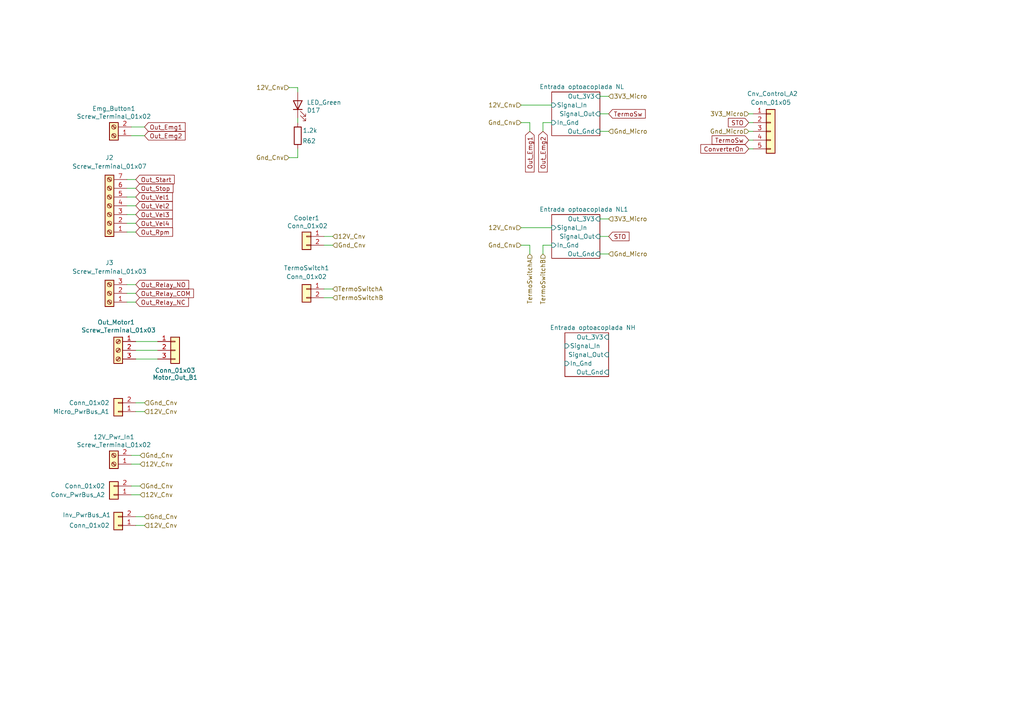
<source format=kicad_sch>
(kicad_sch
	(version 20250114)
	(generator "eeschema")
	(generator_version "9.0")
	(uuid "22a93bdb-8c70-455a-b740-7db7855c2b7c")
	(paper "A4")
	(lib_symbols
		(symbol "Connector:Screw_Terminal_01x02"
			(pin_names
				(offset 1.016)
				(hide yes)
			)
			(exclude_from_sim no)
			(in_bom yes)
			(on_board yes)
			(property "Reference" "J"
				(at 0 2.54 0)
				(effects
					(font
						(size 1.27 1.27)
					)
				)
			)
			(property "Value" "Screw_Terminal_01x02"
				(at 0 -5.08 0)
				(effects
					(font
						(size 1.27 1.27)
					)
				)
			)
			(property "Footprint" ""
				(at 0 0 0)
				(effects
					(font
						(size 1.27 1.27)
					)
					(hide yes)
				)
			)
			(property "Datasheet" "~"
				(at 0 0 0)
				(effects
					(font
						(size 1.27 1.27)
					)
					(hide yes)
				)
			)
			(property "Description" "Generic screw terminal, single row, 01x02, script generated (kicad-library-utils/schlib/autogen/connector/)"
				(at 0 0 0)
				(effects
					(font
						(size 1.27 1.27)
					)
					(hide yes)
				)
			)
			(property "ki_keywords" "screw terminal"
				(at 0 0 0)
				(effects
					(font
						(size 1.27 1.27)
					)
					(hide yes)
				)
			)
			(property "ki_fp_filters" "TerminalBlock*:*"
				(at 0 0 0)
				(effects
					(font
						(size 1.27 1.27)
					)
					(hide yes)
				)
			)
			(symbol "Screw_Terminal_01x02_1_1"
				(rectangle
					(start -1.27 1.27)
					(end 1.27 -3.81)
					(stroke
						(width 0.254)
						(type default)
					)
					(fill
						(type background)
					)
				)
				(polyline
					(pts
						(xy -0.5334 0.3302) (xy 0.3302 -0.508)
					)
					(stroke
						(width 0.1524)
						(type default)
					)
					(fill
						(type none)
					)
				)
				(polyline
					(pts
						(xy -0.5334 -2.2098) (xy 0.3302 -3.048)
					)
					(stroke
						(width 0.1524)
						(type default)
					)
					(fill
						(type none)
					)
				)
				(polyline
					(pts
						(xy -0.3556 0.508) (xy 0.508 -0.3302)
					)
					(stroke
						(width 0.1524)
						(type default)
					)
					(fill
						(type none)
					)
				)
				(polyline
					(pts
						(xy -0.3556 -2.032) (xy 0.508 -2.8702)
					)
					(stroke
						(width 0.1524)
						(type default)
					)
					(fill
						(type none)
					)
				)
				(circle
					(center 0 0)
					(radius 0.635)
					(stroke
						(width 0.1524)
						(type default)
					)
					(fill
						(type none)
					)
				)
				(circle
					(center 0 -2.54)
					(radius 0.635)
					(stroke
						(width 0.1524)
						(type default)
					)
					(fill
						(type none)
					)
				)
				(pin passive line
					(at -5.08 0 0)
					(length 3.81)
					(name "Pin_1"
						(effects
							(font
								(size 1.27 1.27)
							)
						)
					)
					(number "1"
						(effects
							(font
								(size 1.27 1.27)
							)
						)
					)
				)
				(pin passive line
					(at -5.08 -2.54 0)
					(length 3.81)
					(name "Pin_2"
						(effects
							(font
								(size 1.27 1.27)
							)
						)
					)
					(number "2"
						(effects
							(font
								(size 1.27 1.27)
							)
						)
					)
				)
			)
			(embedded_fonts no)
		)
		(symbol "Connector:Screw_Terminal_01x03"
			(pin_names
				(offset 1.016)
				(hide yes)
			)
			(exclude_from_sim no)
			(in_bom yes)
			(on_board yes)
			(property "Reference" "J"
				(at 0 5.08 0)
				(effects
					(font
						(size 1.27 1.27)
					)
				)
			)
			(property "Value" "Screw_Terminal_01x03"
				(at 0 -5.08 0)
				(effects
					(font
						(size 1.27 1.27)
					)
				)
			)
			(property "Footprint" ""
				(at 0 0 0)
				(effects
					(font
						(size 1.27 1.27)
					)
					(hide yes)
				)
			)
			(property "Datasheet" "~"
				(at 0 0 0)
				(effects
					(font
						(size 1.27 1.27)
					)
					(hide yes)
				)
			)
			(property "Description" "Generic screw terminal, single row, 01x03, script generated (kicad-library-utils/schlib/autogen/connector/)"
				(at 0 0 0)
				(effects
					(font
						(size 1.27 1.27)
					)
					(hide yes)
				)
			)
			(property "ki_keywords" "screw terminal"
				(at 0 0 0)
				(effects
					(font
						(size 1.27 1.27)
					)
					(hide yes)
				)
			)
			(property "ki_fp_filters" "TerminalBlock*:*"
				(at 0 0 0)
				(effects
					(font
						(size 1.27 1.27)
					)
					(hide yes)
				)
			)
			(symbol "Screw_Terminal_01x03_1_1"
				(rectangle
					(start -1.27 3.81)
					(end 1.27 -3.81)
					(stroke
						(width 0.254)
						(type default)
					)
					(fill
						(type background)
					)
				)
				(polyline
					(pts
						(xy -0.5334 2.8702) (xy 0.3302 2.032)
					)
					(stroke
						(width 0.1524)
						(type default)
					)
					(fill
						(type none)
					)
				)
				(polyline
					(pts
						(xy -0.5334 0.3302) (xy 0.3302 -0.508)
					)
					(stroke
						(width 0.1524)
						(type default)
					)
					(fill
						(type none)
					)
				)
				(polyline
					(pts
						(xy -0.5334 -2.2098) (xy 0.3302 -3.048)
					)
					(stroke
						(width 0.1524)
						(type default)
					)
					(fill
						(type none)
					)
				)
				(polyline
					(pts
						(xy -0.3556 3.048) (xy 0.508 2.2098)
					)
					(stroke
						(width 0.1524)
						(type default)
					)
					(fill
						(type none)
					)
				)
				(polyline
					(pts
						(xy -0.3556 0.508) (xy 0.508 -0.3302)
					)
					(stroke
						(width 0.1524)
						(type default)
					)
					(fill
						(type none)
					)
				)
				(polyline
					(pts
						(xy -0.3556 -2.032) (xy 0.508 -2.8702)
					)
					(stroke
						(width 0.1524)
						(type default)
					)
					(fill
						(type none)
					)
				)
				(circle
					(center 0 2.54)
					(radius 0.635)
					(stroke
						(width 0.1524)
						(type default)
					)
					(fill
						(type none)
					)
				)
				(circle
					(center 0 0)
					(radius 0.635)
					(stroke
						(width 0.1524)
						(type default)
					)
					(fill
						(type none)
					)
				)
				(circle
					(center 0 -2.54)
					(radius 0.635)
					(stroke
						(width 0.1524)
						(type default)
					)
					(fill
						(type none)
					)
				)
				(pin passive line
					(at -5.08 2.54 0)
					(length 3.81)
					(name "Pin_1"
						(effects
							(font
								(size 1.27 1.27)
							)
						)
					)
					(number "1"
						(effects
							(font
								(size 1.27 1.27)
							)
						)
					)
				)
				(pin passive line
					(at -5.08 0 0)
					(length 3.81)
					(name "Pin_2"
						(effects
							(font
								(size 1.27 1.27)
							)
						)
					)
					(number "2"
						(effects
							(font
								(size 1.27 1.27)
							)
						)
					)
				)
				(pin passive line
					(at -5.08 -2.54 0)
					(length 3.81)
					(name "Pin_3"
						(effects
							(font
								(size 1.27 1.27)
							)
						)
					)
					(number "3"
						(effects
							(font
								(size 1.27 1.27)
							)
						)
					)
				)
			)
			(embedded_fonts no)
		)
		(symbol "Connector:Screw_Terminal_01x07"
			(pin_names
				(offset 1.016)
				(hide yes)
			)
			(exclude_from_sim no)
			(in_bom yes)
			(on_board yes)
			(property "Reference" "J"
				(at 0 10.16 0)
				(effects
					(font
						(size 1.27 1.27)
					)
				)
			)
			(property "Value" "Screw_Terminal_01x07"
				(at 0 -10.16 0)
				(effects
					(font
						(size 1.27 1.27)
					)
				)
			)
			(property "Footprint" ""
				(at 0 0 0)
				(effects
					(font
						(size 1.27 1.27)
					)
					(hide yes)
				)
			)
			(property "Datasheet" "~"
				(at 0 0 0)
				(effects
					(font
						(size 1.27 1.27)
					)
					(hide yes)
				)
			)
			(property "Description" "Generic screw terminal, single row, 01x07, script generated (kicad-library-utils/schlib/autogen/connector/)"
				(at 0 0 0)
				(effects
					(font
						(size 1.27 1.27)
					)
					(hide yes)
				)
			)
			(property "ki_keywords" "screw terminal"
				(at 0 0 0)
				(effects
					(font
						(size 1.27 1.27)
					)
					(hide yes)
				)
			)
			(property "ki_fp_filters" "TerminalBlock*:*"
				(at 0 0 0)
				(effects
					(font
						(size 1.27 1.27)
					)
					(hide yes)
				)
			)
			(symbol "Screw_Terminal_01x07_1_1"
				(rectangle
					(start -1.27 8.89)
					(end 1.27 -8.89)
					(stroke
						(width 0.254)
						(type default)
					)
					(fill
						(type background)
					)
				)
				(polyline
					(pts
						(xy -0.5334 7.9502) (xy 0.3302 7.112)
					)
					(stroke
						(width 0.1524)
						(type default)
					)
					(fill
						(type none)
					)
				)
				(polyline
					(pts
						(xy -0.5334 5.4102) (xy 0.3302 4.572)
					)
					(stroke
						(width 0.1524)
						(type default)
					)
					(fill
						(type none)
					)
				)
				(polyline
					(pts
						(xy -0.5334 2.8702) (xy 0.3302 2.032)
					)
					(stroke
						(width 0.1524)
						(type default)
					)
					(fill
						(type none)
					)
				)
				(polyline
					(pts
						(xy -0.5334 0.3302) (xy 0.3302 -0.508)
					)
					(stroke
						(width 0.1524)
						(type default)
					)
					(fill
						(type none)
					)
				)
				(polyline
					(pts
						(xy -0.5334 -2.2098) (xy 0.3302 -3.048)
					)
					(stroke
						(width 0.1524)
						(type default)
					)
					(fill
						(type none)
					)
				)
				(polyline
					(pts
						(xy -0.5334 -4.7498) (xy 0.3302 -5.588)
					)
					(stroke
						(width 0.1524)
						(type default)
					)
					(fill
						(type none)
					)
				)
				(polyline
					(pts
						(xy -0.5334 -7.2898) (xy 0.3302 -8.128)
					)
					(stroke
						(width 0.1524)
						(type default)
					)
					(fill
						(type none)
					)
				)
				(polyline
					(pts
						(xy -0.3556 8.128) (xy 0.508 7.2898)
					)
					(stroke
						(width 0.1524)
						(type default)
					)
					(fill
						(type none)
					)
				)
				(polyline
					(pts
						(xy -0.3556 5.588) (xy 0.508 4.7498)
					)
					(stroke
						(width 0.1524)
						(type default)
					)
					(fill
						(type none)
					)
				)
				(polyline
					(pts
						(xy -0.3556 3.048) (xy 0.508 2.2098)
					)
					(stroke
						(width 0.1524)
						(type default)
					)
					(fill
						(type none)
					)
				)
				(polyline
					(pts
						(xy -0.3556 0.508) (xy 0.508 -0.3302)
					)
					(stroke
						(width 0.1524)
						(type default)
					)
					(fill
						(type none)
					)
				)
				(polyline
					(pts
						(xy -0.3556 -2.032) (xy 0.508 -2.8702)
					)
					(stroke
						(width 0.1524)
						(type default)
					)
					(fill
						(type none)
					)
				)
				(polyline
					(pts
						(xy -0.3556 -4.572) (xy 0.508 -5.4102)
					)
					(stroke
						(width 0.1524)
						(type default)
					)
					(fill
						(type none)
					)
				)
				(polyline
					(pts
						(xy -0.3556 -7.112) (xy 0.508 -7.9502)
					)
					(stroke
						(width 0.1524)
						(type default)
					)
					(fill
						(type none)
					)
				)
				(circle
					(center 0 7.62)
					(radius 0.635)
					(stroke
						(width 0.1524)
						(type default)
					)
					(fill
						(type none)
					)
				)
				(circle
					(center 0 5.08)
					(radius 0.635)
					(stroke
						(width 0.1524)
						(type default)
					)
					(fill
						(type none)
					)
				)
				(circle
					(center 0 2.54)
					(radius 0.635)
					(stroke
						(width 0.1524)
						(type default)
					)
					(fill
						(type none)
					)
				)
				(circle
					(center 0 0)
					(radius 0.635)
					(stroke
						(width 0.1524)
						(type default)
					)
					(fill
						(type none)
					)
				)
				(circle
					(center 0 -2.54)
					(radius 0.635)
					(stroke
						(width 0.1524)
						(type default)
					)
					(fill
						(type none)
					)
				)
				(circle
					(center 0 -5.08)
					(radius 0.635)
					(stroke
						(width 0.1524)
						(type default)
					)
					(fill
						(type none)
					)
				)
				(circle
					(center 0 -7.62)
					(radius 0.635)
					(stroke
						(width 0.1524)
						(type default)
					)
					(fill
						(type none)
					)
				)
				(pin passive line
					(at -5.08 7.62 0)
					(length 3.81)
					(name "Pin_1"
						(effects
							(font
								(size 1.27 1.27)
							)
						)
					)
					(number "1"
						(effects
							(font
								(size 1.27 1.27)
							)
						)
					)
				)
				(pin passive line
					(at -5.08 5.08 0)
					(length 3.81)
					(name "Pin_2"
						(effects
							(font
								(size 1.27 1.27)
							)
						)
					)
					(number "2"
						(effects
							(font
								(size 1.27 1.27)
							)
						)
					)
				)
				(pin passive line
					(at -5.08 2.54 0)
					(length 3.81)
					(name "Pin_3"
						(effects
							(font
								(size 1.27 1.27)
							)
						)
					)
					(number "3"
						(effects
							(font
								(size 1.27 1.27)
							)
						)
					)
				)
				(pin passive line
					(at -5.08 0 0)
					(length 3.81)
					(name "Pin_4"
						(effects
							(font
								(size 1.27 1.27)
							)
						)
					)
					(number "4"
						(effects
							(font
								(size 1.27 1.27)
							)
						)
					)
				)
				(pin passive line
					(at -5.08 -2.54 0)
					(length 3.81)
					(name "Pin_5"
						(effects
							(font
								(size 1.27 1.27)
							)
						)
					)
					(number "5"
						(effects
							(font
								(size 1.27 1.27)
							)
						)
					)
				)
				(pin passive line
					(at -5.08 -5.08 0)
					(length 3.81)
					(name "Pin_6"
						(effects
							(font
								(size 1.27 1.27)
							)
						)
					)
					(number "6"
						(effects
							(font
								(size 1.27 1.27)
							)
						)
					)
				)
				(pin passive line
					(at -5.08 -7.62 0)
					(length 3.81)
					(name "Pin_7"
						(effects
							(font
								(size 1.27 1.27)
							)
						)
					)
					(number "7"
						(effects
							(font
								(size 1.27 1.27)
							)
						)
					)
				)
			)
			(embedded_fonts no)
		)
		(symbol "Connector_Generic:Conn_01x02"
			(pin_names
				(offset 1.016)
				(hide yes)
			)
			(exclude_from_sim no)
			(in_bom yes)
			(on_board yes)
			(property "Reference" "J"
				(at 0 2.54 0)
				(effects
					(font
						(size 1.27 1.27)
					)
				)
			)
			(property "Value" "Conn_01x02"
				(at 0 -5.08 0)
				(effects
					(font
						(size 1.27 1.27)
					)
				)
			)
			(property "Footprint" ""
				(at 0 0 0)
				(effects
					(font
						(size 1.27 1.27)
					)
					(hide yes)
				)
			)
			(property "Datasheet" "~"
				(at 0 0 0)
				(effects
					(font
						(size 1.27 1.27)
					)
					(hide yes)
				)
			)
			(property "Description" "Generic connector, single row, 01x02, script generated (kicad-library-utils/schlib/autogen/connector/)"
				(at 0 0 0)
				(effects
					(font
						(size 1.27 1.27)
					)
					(hide yes)
				)
			)
			(property "ki_keywords" "connector"
				(at 0 0 0)
				(effects
					(font
						(size 1.27 1.27)
					)
					(hide yes)
				)
			)
			(property "ki_fp_filters" "Connector*:*_1x??_*"
				(at 0 0 0)
				(effects
					(font
						(size 1.27 1.27)
					)
					(hide yes)
				)
			)
			(symbol "Conn_01x02_1_1"
				(rectangle
					(start -1.27 1.27)
					(end 1.27 -3.81)
					(stroke
						(width 0.254)
						(type default)
					)
					(fill
						(type background)
					)
				)
				(rectangle
					(start -1.27 0.127)
					(end 0 -0.127)
					(stroke
						(width 0.1524)
						(type default)
					)
					(fill
						(type none)
					)
				)
				(rectangle
					(start -1.27 -2.413)
					(end 0 -2.667)
					(stroke
						(width 0.1524)
						(type default)
					)
					(fill
						(type none)
					)
				)
				(pin passive line
					(at -5.08 0 0)
					(length 3.81)
					(name "Pin_1"
						(effects
							(font
								(size 1.27 1.27)
							)
						)
					)
					(number "1"
						(effects
							(font
								(size 1.27 1.27)
							)
						)
					)
				)
				(pin passive line
					(at -5.08 -2.54 0)
					(length 3.81)
					(name "Pin_2"
						(effects
							(font
								(size 1.27 1.27)
							)
						)
					)
					(number "2"
						(effects
							(font
								(size 1.27 1.27)
							)
						)
					)
				)
			)
			(embedded_fonts no)
		)
		(symbol "Connector_Generic:Conn_01x03"
			(pin_names
				(offset 1.016)
				(hide yes)
			)
			(exclude_from_sim no)
			(in_bom yes)
			(on_board yes)
			(property "Reference" "J"
				(at 0 5.08 0)
				(effects
					(font
						(size 1.27 1.27)
					)
				)
			)
			(property "Value" "Conn_01x03"
				(at 0 -5.08 0)
				(effects
					(font
						(size 1.27 1.27)
					)
				)
			)
			(property "Footprint" ""
				(at 0 0 0)
				(effects
					(font
						(size 1.27 1.27)
					)
					(hide yes)
				)
			)
			(property "Datasheet" "~"
				(at 0 0 0)
				(effects
					(font
						(size 1.27 1.27)
					)
					(hide yes)
				)
			)
			(property "Description" "Generic connector, single row, 01x03, script generated (kicad-library-utils/schlib/autogen/connector/)"
				(at 0 0 0)
				(effects
					(font
						(size 1.27 1.27)
					)
					(hide yes)
				)
			)
			(property "ki_keywords" "connector"
				(at 0 0 0)
				(effects
					(font
						(size 1.27 1.27)
					)
					(hide yes)
				)
			)
			(property "ki_fp_filters" "Connector*:*_1x??_*"
				(at 0 0 0)
				(effects
					(font
						(size 1.27 1.27)
					)
					(hide yes)
				)
			)
			(symbol "Conn_01x03_1_1"
				(rectangle
					(start -1.27 3.81)
					(end 1.27 -3.81)
					(stroke
						(width 0.254)
						(type default)
					)
					(fill
						(type background)
					)
				)
				(rectangle
					(start -1.27 2.667)
					(end 0 2.413)
					(stroke
						(width 0.1524)
						(type default)
					)
					(fill
						(type none)
					)
				)
				(rectangle
					(start -1.27 0.127)
					(end 0 -0.127)
					(stroke
						(width 0.1524)
						(type default)
					)
					(fill
						(type none)
					)
				)
				(rectangle
					(start -1.27 -2.413)
					(end 0 -2.667)
					(stroke
						(width 0.1524)
						(type default)
					)
					(fill
						(type none)
					)
				)
				(pin passive line
					(at -5.08 2.54 0)
					(length 3.81)
					(name "Pin_1"
						(effects
							(font
								(size 1.27 1.27)
							)
						)
					)
					(number "1"
						(effects
							(font
								(size 1.27 1.27)
							)
						)
					)
				)
				(pin passive line
					(at -5.08 0 0)
					(length 3.81)
					(name "Pin_2"
						(effects
							(font
								(size 1.27 1.27)
							)
						)
					)
					(number "2"
						(effects
							(font
								(size 1.27 1.27)
							)
						)
					)
				)
				(pin passive line
					(at -5.08 -2.54 0)
					(length 3.81)
					(name "Pin_3"
						(effects
							(font
								(size 1.27 1.27)
							)
						)
					)
					(number "3"
						(effects
							(font
								(size 1.27 1.27)
							)
						)
					)
				)
			)
			(embedded_fonts no)
		)
		(symbol "Connector_Generic:Conn_01x05"
			(pin_names
				(offset 1.016)
				(hide yes)
			)
			(exclude_from_sim no)
			(in_bom yes)
			(on_board yes)
			(property "Reference" "J"
				(at 0 7.62 0)
				(effects
					(font
						(size 1.27 1.27)
					)
				)
			)
			(property "Value" "Conn_01x05"
				(at 0 -7.62 0)
				(effects
					(font
						(size 1.27 1.27)
					)
				)
			)
			(property "Footprint" ""
				(at 0 0 0)
				(effects
					(font
						(size 1.27 1.27)
					)
					(hide yes)
				)
			)
			(property "Datasheet" "~"
				(at 0 0 0)
				(effects
					(font
						(size 1.27 1.27)
					)
					(hide yes)
				)
			)
			(property "Description" "Generic connector, single row, 01x05, script generated (kicad-library-utils/schlib/autogen/connector/)"
				(at 0 0 0)
				(effects
					(font
						(size 1.27 1.27)
					)
					(hide yes)
				)
			)
			(property "ki_keywords" "connector"
				(at 0 0 0)
				(effects
					(font
						(size 1.27 1.27)
					)
					(hide yes)
				)
			)
			(property "ki_fp_filters" "Connector*:*_1x??_*"
				(at 0 0 0)
				(effects
					(font
						(size 1.27 1.27)
					)
					(hide yes)
				)
			)
			(symbol "Conn_01x05_1_1"
				(rectangle
					(start -1.27 6.35)
					(end 1.27 -6.35)
					(stroke
						(width 0.254)
						(type default)
					)
					(fill
						(type background)
					)
				)
				(rectangle
					(start -1.27 5.207)
					(end 0 4.953)
					(stroke
						(width 0.1524)
						(type default)
					)
					(fill
						(type none)
					)
				)
				(rectangle
					(start -1.27 2.667)
					(end 0 2.413)
					(stroke
						(width 0.1524)
						(type default)
					)
					(fill
						(type none)
					)
				)
				(rectangle
					(start -1.27 0.127)
					(end 0 -0.127)
					(stroke
						(width 0.1524)
						(type default)
					)
					(fill
						(type none)
					)
				)
				(rectangle
					(start -1.27 -2.413)
					(end 0 -2.667)
					(stroke
						(width 0.1524)
						(type default)
					)
					(fill
						(type none)
					)
				)
				(rectangle
					(start -1.27 -4.953)
					(end 0 -5.207)
					(stroke
						(width 0.1524)
						(type default)
					)
					(fill
						(type none)
					)
				)
				(pin passive line
					(at -5.08 5.08 0)
					(length 3.81)
					(name "Pin_1"
						(effects
							(font
								(size 1.27 1.27)
							)
						)
					)
					(number "1"
						(effects
							(font
								(size 1.27 1.27)
							)
						)
					)
				)
				(pin passive line
					(at -5.08 2.54 0)
					(length 3.81)
					(name "Pin_2"
						(effects
							(font
								(size 1.27 1.27)
							)
						)
					)
					(number "2"
						(effects
							(font
								(size 1.27 1.27)
							)
						)
					)
				)
				(pin passive line
					(at -5.08 0 0)
					(length 3.81)
					(name "Pin_3"
						(effects
							(font
								(size 1.27 1.27)
							)
						)
					)
					(number "3"
						(effects
							(font
								(size 1.27 1.27)
							)
						)
					)
				)
				(pin passive line
					(at -5.08 -2.54 0)
					(length 3.81)
					(name "Pin_4"
						(effects
							(font
								(size 1.27 1.27)
							)
						)
					)
					(number "4"
						(effects
							(font
								(size 1.27 1.27)
							)
						)
					)
				)
				(pin passive line
					(at -5.08 -5.08 0)
					(length 3.81)
					(name "Pin_5"
						(effects
							(font
								(size 1.27 1.27)
							)
						)
					)
					(number "5"
						(effects
							(font
								(size 1.27 1.27)
							)
						)
					)
				)
			)
			(embedded_fonts no)
		)
		(symbol "Device:LED"
			(pin_numbers
				(hide yes)
			)
			(pin_names
				(offset 1.016)
				(hide yes)
			)
			(exclude_from_sim no)
			(in_bom yes)
			(on_board yes)
			(property "Reference" "D"
				(at 0 2.54 0)
				(effects
					(font
						(size 1.27 1.27)
					)
				)
			)
			(property "Value" "LED"
				(at 0 -2.54 0)
				(effects
					(font
						(size 1.27 1.27)
					)
				)
			)
			(property "Footprint" ""
				(at 0 0 0)
				(effects
					(font
						(size 1.27 1.27)
					)
					(hide yes)
				)
			)
			(property "Datasheet" "~"
				(at 0 0 0)
				(effects
					(font
						(size 1.27 1.27)
					)
					(hide yes)
				)
			)
			(property "Description" "Light emitting diode"
				(at 0 0 0)
				(effects
					(font
						(size 1.27 1.27)
					)
					(hide yes)
				)
			)
			(property "Sim.Pins" "1=K 2=A"
				(at 0 0 0)
				(effects
					(font
						(size 1.27 1.27)
					)
					(hide yes)
				)
			)
			(property "ki_keywords" "LED diode"
				(at 0 0 0)
				(effects
					(font
						(size 1.27 1.27)
					)
					(hide yes)
				)
			)
			(property "ki_fp_filters" "LED* LED_SMD:* LED_THT:*"
				(at 0 0 0)
				(effects
					(font
						(size 1.27 1.27)
					)
					(hide yes)
				)
			)
			(symbol "LED_0_1"
				(polyline
					(pts
						(xy -3.048 -0.762) (xy -4.572 -2.286) (xy -3.81 -2.286) (xy -4.572 -2.286) (xy -4.572 -1.524)
					)
					(stroke
						(width 0)
						(type default)
					)
					(fill
						(type none)
					)
				)
				(polyline
					(pts
						(xy -1.778 -0.762) (xy -3.302 -2.286) (xy -2.54 -2.286) (xy -3.302 -2.286) (xy -3.302 -1.524)
					)
					(stroke
						(width 0)
						(type default)
					)
					(fill
						(type none)
					)
				)
				(polyline
					(pts
						(xy -1.27 0) (xy 1.27 0)
					)
					(stroke
						(width 0)
						(type default)
					)
					(fill
						(type none)
					)
				)
				(polyline
					(pts
						(xy -1.27 -1.27) (xy -1.27 1.27)
					)
					(stroke
						(width 0.254)
						(type default)
					)
					(fill
						(type none)
					)
				)
				(polyline
					(pts
						(xy 1.27 -1.27) (xy 1.27 1.27) (xy -1.27 0) (xy 1.27 -1.27)
					)
					(stroke
						(width 0.254)
						(type default)
					)
					(fill
						(type none)
					)
				)
			)
			(symbol "LED_1_1"
				(pin passive line
					(at -3.81 0 0)
					(length 2.54)
					(name "K"
						(effects
							(font
								(size 1.27 1.27)
							)
						)
					)
					(number "1"
						(effects
							(font
								(size 1.27 1.27)
							)
						)
					)
				)
				(pin passive line
					(at 3.81 0 180)
					(length 2.54)
					(name "A"
						(effects
							(font
								(size 1.27 1.27)
							)
						)
					)
					(number "2"
						(effects
							(font
								(size 1.27 1.27)
							)
						)
					)
				)
			)
			(embedded_fonts no)
		)
		(symbol "Device:R"
			(pin_numbers
				(hide yes)
			)
			(pin_names
				(offset 0)
			)
			(exclude_from_sim no)
			(in_bom yes)
			(on_board yes)
			(property "Reference" "R"
				(at 2.032 0 90)
				(effects
					(font
						(size 1.27 1.27)
					)
				)
			)
			(property "Value" "R"
				(at 0 0 90)
				(effects
					(font
						(size 1.27 1.27)
					)
				)
			)
			(property "Footprint" ""
				(at -1.778 0 90)
				(effects
					(font
						(size 1.27 1.27)
					)
					(hide yes)
				)
			)
			(property "Datasheet" "~"
				(at 0 0 0)
				(effects
					(font
						(size 1.27 1.27)
					)
					(hide yes)
				)
			)
			(property "Description" "Resistor"
				(at 0 0 0)
				(effects
					(font
						(size 1.27 1.27)
					)
					(hide yes)
				)
			)
			(property "ki_keywords" "R res resistor"
				(at 0 0 0)
				(effects
					(font
						(size 1.27 1.27)
					)
					(hide yes)
				)
			)
			(property "ki_fp_filters" "R_*"
				(at 0 0 0)
				(effects
					(font
						(size 1.27 1.27)
					)
					(hide yes)
				)
			)
			(symbol "R_0_1"
				(rectangle
					(start -1.016 -2.54)
					(end 1.016 2.54)
					(stroke
						(width 0.254)
						(type default)
					)
					(fill
						(type none)
					)
				)
			)
			(symbol "R_1_1"
				(pin passive line
					(at 0 3.81 270)
					(length 1.27)
					(name "~"
						(effects
							(font
								(size 1.27 1.27)
							)
						)
					)
					(number "1"
						(effects
							(font
								(size 1.27 1.27)
							)
						)
					)
				)
				(pin passive line
					(at 0 -3.81 90)
					(length 1.27)
					(name "~"
						(effects
							(font
								(size 1.27 1.27)
							)
						)
					)
					(number "2"
						(effects
							(font
								(size 1.27 1.27)
							)
						)
					)
				)
			)
			(embedded_fonts no)
		)
	)
	(wire
		(pts
			(xy 36.83 67.31) (xy 39.37 67.31)
		)
		(stroke
			(width 0)
			(type default)
		)
		(uuid "02381bbb-975e-48f0-bbb6-063e4d6a8273")
	)
	(wire
		(pts
			(xy 217.17 35.56) (xy 218.44 35.56)
		)
		(stroke
			(width 0)
			(type default)
		)
		(uuid "03cdb07c-b8f8-4393-a2c0-4e998cf8554e")
	)
	(wire
		(pts
			(xy 41.91 119.38) (xy 39.37 119.38)
		)
		(stroke
			(width 0)
			(type default)
		)
		(uuid "04dcd39a-0613-4b20-9b41-0972cefed4cc")
	)
	(wire
		(pts
			(xy 151.13 30.48) (xy 160.02 30.48)
		)
		(stroke
			(width 0)
			(type default)
		)
		(uuid "05318e14-686b-4d31-b4ae-4121a5f135aa")
	)
	(wire
		(pts
			(xy 153.67 71.12) (xy 153.67 73.66)
		)
		(stroke
			(width 0)
			(type default)
		)
		(uuid "0c794009-ec07-4754-8377-ebb9f151350c")
	)
	(wire
		(pts
			(xy 217.17 33.02) (xy 218.44 33.02)
		)
		(stroke
			(width 0)
			(type default)
		)
		(uuid "0fc07209-dfd9-4165-8cea-518604b7c487")
	)
	(wire
		(pts
			(xy 40.64 134.62) (xy 38.1 134.62)
		)
		(stroke
			(width 0)
			(type default)
		)
		(uuid "1363c1f9-4913-45d5-bc2b-87d339800997")
	)
	(wire
		(pts
			(xy 41.91 149.86) (xy 39.37 149.86)
		)
		(stroke
			(width 0)
			(type default)
		)
		(uuid "17f3e917-9086-4a26-bc60-8e58f8ae3ad0")
	)
	(wire
		(pts
			(xy 96.52 83.82) (xy 93.98 83.82)
		)
		(stroke
			(width 0)
			(type default)
		)
		(uuid "1ac0c999-170d-4f5a-b12c-54d7295d8771")
	)
	(wire
		(pts
			(xy 40.64 143.51) (xy 38.1 143.51)
		)
		(stroke
			(width 0)
			(type default)
		)
		(uuid "2f843df4-1dcb-49b6-aa10-6efc609d52aa")
	)
	(wire
		(pts
			(xy 36.83 52.07) (xy 39.37 52.07)
		)
		(stroke
			(width 0)
			(type default)
		)
		(uuid "312888b4-9335-484e-aa9e-514a3992e5eb")
	)
	(wire
		(pts
			(xy 173.99 68.58) (xy 176.53 68.58)
		)
		(stroke
			(width 0)
			(type default)
		)
		(uuid "338c2e14-8b62-40bf-852a-34bd5c7bea70")
	)
	(wire
		(pts
			(xy 151.13 71.12) (xy 153.67 71.12)
		)
		(stroke
			(width 0)
			(type default)
		)
		(uuid "3c044151-1175-4908-b365-e37f8b861fe7")
	)
	(wire
		(pts
			(xy 38.1 39.37) (xy 41.91 39.37)
		)
		(stroke
			(width 0)
			(type default)
		)
		(uuid "47fbc842-e1a3-4bd8-8c47-2b74215b9650")
	)
	(wire
		(pts
			(xy 151.13 35.56) (xy 153.67 35.56)
		)
		(stroke
			(width 0)
			(type default)
		)
		(uuid "4825b9f7-f51f-4beb-9cf1-3b3fc1368927")
	)
	(wire
		(pts
			(xy 96.52 86.36) (xy 93.98 86.36)
		)
		(stroke
			(width 0)
			(type default)
		)
		(uuid "4d23ba75-7b4b-4529-aaa0-bc60e5b4d735")
	)
	(wire
		(pts
			(xy 96.52 71.12) (xy 93.98 71.12)
		)
		(stroke
			(width 0)
			(type default)
		)
		(uuid "50c6eb0e-9c22-404d-908b-424973c874c5")
	)
	(wire
		(pts
			(xy 41.91 152.4) (xy 39.37 152.4)
		)
		(stroke
			(width 0)
			(type default)
		)
		(uuid "61da640d-814c-4502-89ca-6dafa484db20")
	)
	(wire
		(pts
			(xy 83.82 25.4) (xy 86.36 25.4)
		)
		(stroke
			(width 0)
			(type default)
		)
		(uuid "63cd7c99-7a7c-45a2-b73b-f9d32e896696")
	)
	(wire
		(pts
			(xy 36.83 85.09) (xy 39.37 85.09)
		)
		(stroke
			(width 0)
			(type default)
		)
		(uuid "6552f8a0-5acb-4d9e-8c96-4fa33878ee9c")
	)
	(wire
		(pts
			(xy 86.36 34.29) (xy 86.36 35.56)
		)
		(stroke
			(width 0)
			(type default)
		)
		(uuid "65daff30-6b72-448c-be7d-23c01bec4103")
	)
	(wire
		(pts
			(xy 39.37 104.14) (xy 45.72 104.14)
		)
		(stroke
			(width 0)
			(type default)
		)
		(uuid "66291fa3-9a1e-4b92-8520-23e568a3d8c5")
	)
	(wire
		(pts
			(xy 36.83 62.23) (xy 39.37 62.23)
		)
		(stroke
			(width 0)
			(type default)
		)
		(uuid "72a4ae9e-ae34-4b96-b530-7cb807873a7f")
	)
	(wire
		(pts
			(xy 96.52 68.58) (xy 93.98 68.58)
		)
		(stroke
			(width 0)
			(type default)
		)
		(uuid "73291e20-5fac-4ba6-8f87-adf476d07756")
	)
	(wire
		(pts
			(xy 157.48 71.12) (xy 160.02 71.12)
		)
		(stroke
			(width 0)
			(type default)
		)
		(uuid "7be998e5-931e-411e-b44c-7c98326cd751")
	)
	(wire
		(pts
			(xy 217.17 38.1) (xy 218.44 38.1)
		)
		(stroke
			(width 0)
			(type default)
		)
		(uuid "7fe06eeb-fd54-49ea-9271-9782501ceca4")
	)
	(wire
		(pts
			(xy 83.82 45.72) (xy 86.36 45.72)
		)
		(stroke
			(width 0)
			(type default)
		)
		(uuid "867268de-461d-42dd-a1ee-2c05f39e0216")
	)
	(wire
		(pts
			(xy 39.37 82.55) (xy 36.83 82.55)
		)
		(stroke
			(width 0)
			(type default)
		)
		(uuid "86f6450a-e5e2-4276-9f20-cb2afc300e0d")
	)
	(wire
		(pts
			(xy 86.36 45.72) (xy 86.36 43.18)
		)
		(stroke
			(width 0)
			(type default)
		)
		(uuid "89de8c5b-1636-4105-8339-5ea8fe5870aa")
	)
	(wire
		(pts
			(xy 40.64 140.97) (xy 38.1 140.97)
		)
		(stroke
			(width 0)
			(type default)
		)
		(uuid "8c169b6e-a6c2-4bfc-8439-ef81f5f4611a")
	)
	(wire
		(pts
			(xy 173.99 33.02) (xy 176.53 33.02)
		)
		(stroke
			(width 0)
			(type default)
		)
		(uuid "8d8c780d-f03d-4c30-bf5a-c2a75f1068f7")
	)
	(wire
		(pts
			(xy 36.83 87.63) (xy 39.37 87.63)
		)
		(stroke
			(width 0)
			(type default)
		)
		(uuid "9a60e976-c41c-48a9-890b-2629065c85df")
	)
	(wire
		(pts
			(xy 39.37 101.6) (xy 45.72 101.6)
		)
		(stroke
			(width 0)
			(type default)
		)
		(uuid "9c90b691-c26b-4239-be2b-6868c6788aa7")
	)
	(wire
		(pts
			(xy 39.37 99.06) (xy 45.72 99.06)
		)
		(stroke
			(width 0)
			(type default)
		)
		(uuid "a34b26b2-1163-4fb5-a647-ada8d9cd16f5")
	)
	(wire
		(pts
			(xy 36.83 57.15) (xy 39.37 57.15)
		)
		(stroke
			(width 0)
			(type default)
		)
		(uuid "a47a4634-f2c5-436f-a921-750a61e9a6d3")
	)
	(wire
		(pts
			(xy 217.17 43.18) (xy 218.44 43.18)
		)
		(stroke
			(width 0)
			(type default)
		)
		(uuid "a5e65191-02ec-4123-bffd-31cd6a6e0f3f")
	)
	(wire
		(pts
			(xy 86.36 25.4) (xy 86.36 26.67)
		)
		(stroke
			(width 0)
			(type default)
		)
		(uuid "a65a9967-fedb-4060-acf0-529c45117655")
	)
	(wire
		(pts
			(xy 217.17 40.64) (xy 218.44 40.64)
		)
		(stroke
			(width 0)
			(type default)
		)
		(uuid "a6761274-2cb3-4bd8-a624-032289c34668")
	)
	(wire
		(pts
			(xy 36.83 54.61) (xy 39.37 54.61)
		)
		(stroke
			(width 0)
			(type default)
		)
		(uuid "abafc260-b59d-402f-8783-3c51c71a84a1")
	)
	(wire
		(pts
			(xy 173.99 73.66) (xy 176.53 73.66)
		)
		(stroke
			(width 0)
			(type default)
		)
		(uuid "b0d9e291-4db3-454c-bc59-18ff3631d7e7")
	)
	(wire
		(pts
			(xy 41.91 116.84) (xy 39.37 116.84)
		)
		(stroke
			(width 0)
			(type default)
		)
		(uuid "b753ef36-dd9d-4c2b-95ea-6e6965140834")
	)
	(wire
		(pts
			(xy 173.99 38.1) (xy 176.53 38.1)
		)
		(stroke
			(width 0)
			(type default)
		)
		(uuid "bf3f22ac-10c3-4102-b9ba-ed4fcf97b1c1")
	)
	(wire
		(pts
			(xy 153.67 35.56) (xy 153.67 38.1)
		)
		(stroke
			(width 0)
			(type default)
		)
		(uuid "c0334b4d-a528-4c37-a20a-6da17b2f5f2d")
	)
	(wire
		(pts
			(xy 40.64 132.08) (xy 38.1 132.08)
		)
		(stroke
			(width 0)
			(type default)
		)
		(uuid "c07ab6e3-5dd5-46ec-897a-47e7c22a5569")
	)
	(wire
		(pts
			(xy 36.83 59.69) (xy 39.37 59.69)
		)
		(stroke
			(width 0)
			(type default)
		)
		(uuid "c962f046-095e-4b2f-a1f1-ddf9a8012416")
	)
	(wire
		(pts
			(xy 36.83 64.77) (xy 39.37 64.77)
		)
		(stroke
			(width 0)
			(type default)
		)
		(uuid "d7723685-2e0a-4b24-98e1-92fef9cdb48d")
	)
	(wire
		(pts
			(xy 176.53 27.94) (xy 173.99 27.94)
		)
		(stroke
			(width 0)
			(type default)
		)
		(uuid "dd8168ff-efd5-4690-8f22-de29f0c90e59")
	)
	(wire
		(pts
			(xy 151.13 66.04) (xy 160.02 66.04)
		)
		(stroke
			(width 0)
			(type default)
		)
		(uuid "e724316f-2ebb-427e-b106-ee0b0d4da647")
	)
	(wire
		(pts
			(xy 157.48 35.56) (xy 160.02 35.56)
		)
		(stroke
			(width 0)
			(type default)
		)
		(uuid "e730073d-92f4-46cc-b5d2-2f8e1589255f")
	)
	(wire
		(pts
			(xy 38.1 36.83) (xy 41.91 36.83)
		)
		(stroke
			(width 0)
			(type default)
		)
		(uuid "eba2167d-7911-40f2-812f-77939e445a57")
	)
	(wire
		(pts
			(xy 157.48 38.1) (xy 157.48 35.56)
		)
		(stroke
			(width 0)
			(type default)
		)
		(uuid "f85f2a23-b7e6-4417-930e-e114caeb8dda")
	)
	(wire
		(pts
			(xy 176.53 63.5) (xy 173.99 63.5)
		)
		(stroke
			(width 0)
			(type default)
		)
		(uuid "fa8546d8-2d69-4a0c-aabd-d8ba29d332a1")
	)
	(wire
		(pts
			(xy 157.48 73.66) (xy 157.48 71.12)
		)
		(stroke
			(width 0)
			(type default)
		)
		(uuid "fe89c14a-6f2d-4ba8-95f0-2acf9541c389")
	)
	(global_label "Out_Relay_NO"
		(shape input)
		(at 39.37 82.55 0)
		(fields_autoplaced yes)
		(effects
			(font
				(size 1.27 1.27)
			)
			(justify left)
		)
		(uuid "059cabd9-c42c-41b5-b154-e9aa52c54b1b")
		(property "Intersheetrefs" "${INTERSHEET_REFS}"
			(at 55.297 82.55 0)
			(effects
				(font
					(size 1.27 1.27)
				)
				(justify left)
				(hide yes)
			)
		)
	)
	(global_label "ConverterOn"
		(shape input)
		(at 217.17 43.18 180)
		(fields_autoplaced yes)
		(effects
			(font
				(size 1.27 1.27)
			)
			(justify right)
		)
		(uuid "1210bd34-ba79-45df-ab90-91d5cb51c4bc")
		(property "Intersheetrefs" "${INTERSHEET_REFS}"
			(at 202.6944 43.18 0)
			(effects
				(font
					(size 1.27 1.27)
				)
				(justify right)
				(hide yes)
			)
		)
	)
	(global_label "Out_Emg2"
		(shape input)
		(at 41.91 39.37 0)
		(fields_autoplaced yes)
		(effects
			(font
				(size 1.27 1.27)
			)
			(justify left)
		)
		(uuid "1b3a877f-7179-4cb9-942d-6d92f470e214")
		(property "Intersheetrefs" "${INTERSHEET_REFS}"
			(at 54.2688 39.37 0)
			(effects
				(font
					(size 1.27 1.27)
					(italic yes)
				)
				(justify left)
				(hide yes)
			)
		)
	)
	(global_label "Out_Vel2"
		(shape input)
		(at 39.37 59.69 0)
		(fields_autoplaced yes)
		(effects
			(font
				(size 1.27 1.27)
			)
			(justify left)
		)
		(uuid "230faadd-43a1-4a61-94a3-6d0a57e0cb2a")
		(property "Intersheetrefs" "${INTERSHEET_REFS}"
			(at 50.5799 59.69 0)
			(effects
				(font
					(size 1.27 1.27)
				)
				(justify left)
				(hide yes)
			)
		)
	)
	(global_label "Out_Stop"
		(shape input)
		(at 39.37 54.61 0)
		(fields_autoplaced yes)
		(effects
			(font
				(size 1.27 1.27)
			)
			(justify left)
		)
		(uuid "2dcd0e53-fe53-4790-98f4-4ae37f191037")
		(property "Intersheetrefs" "${INTERSHEET_REFS}"
			(at 50.7612 54.61 0)
			(effects
				(font
					(size 1.27 1.27)
				)
				(justify left)
				(hide yes)
			)
		)
	)
	(global_label "Out_Vel1"
		(shape input)
		(at 39.37 57.15 0)
		(fields_autoplaced yes)
		(effects
			(font
				(size 1.27 1.27)
			)
			(justify left)
		)
		(uuid "2dd106b4-4590-4b33-8999-ac8914118ca8")
		(property "Intersheetrefs" "${INTERSHEET_REFS}"
			(at 50.5799 57.15 0)
			(effects
				(font
					(size 1.27 1.27)
				)
				(justify left)
				(hide yes)
			)
		)
	)
	(global_label "STO"
		(shape input)
		(at 176.53 68.58 0)
		(fields_autoplaced yes)
		(effects
			(font
				(size 1.27 1.27)
			)
			(justify left)
		)
		(uuid "4c130044-5466-4359-9d06-2be35ba23373")
		(property "Intersheetrefs" "${INTERSHEET_REFS}"
			(at 183.0228 68.58 0)
			(effects
				(font
					(size 1.27 1.27)
				)
				(justify left)
				(hide yes)
			)
		)
	)
	(global_label "Out_Vel3"
		(shape input)
		(at 39.37 62.23 0)
		(fields_autoplaced yes)
		(effects
			(font
				(size 1.27 1.27)
			)
			(justify left)
		)
		(uuid "6df0be84-f8b0-47ae-b89c-b312acc09cc7")
		(property "Intersheetrefs" "${INTERSHEET_REFS}"
			(at 50.5799 62.23 0)
			(effects
				(font
					(size 1.27 1.27)
				)
				(justify left)
				(hide yes)
			)
		)
	)
	(global_label "Out_Emg1"
		(shape input)
		(at 41.91 36.83 0)
		(fields_autoplaced yes)
		(effects
			(font
				(size 1.27 1.27)
			)
			(justify left)
		)
		(uuid "7ee92395-a3d6-4c24-8877-1e538e7c587d")
		(property "Intersheetrefs" "${INTERSHEET_REFS}"
			(at 54.2688 36.83 0)
			(effects
				(font
					(size 1.27 1.27)
				)
				(justify left)
				(hide yes)
			)
		)
	)
	(global_label "Out_Emg2"
		(shape input)
		(at 157.48 38.1 270)
		(fields_autoplaced yes)
		(effects
			(font
				(size 1.27 1.27)
			)
			(justify right)
		)
		(uuid "87eeacb2-73c4-403d-8e9c-3afa8a21f205")
		(property "Intersheetrefs" "${INTERSHEET_REFS}"
			(at 157.48 50.4588 90)
			(effects
				(font
					(size 1.27 1.27)
					(italic yes)
				)
				(justify right)
				(hide yes)
			)
		)
	)
	(global_label "Out_Start"
		(shape input)
		(at 39.37 52.07 0)
		(fields_autoplaced yes)
		(effects
			(font
				(size 1.27 1.27)
			)
			(justify left)
		)
		(uuid "8bce50de-95ed-4c99-b7b9-3730939d4623")
		(property "Intersheetrefs" "${INTERSHEET_REFS}"
			(at 51.1241 52.07 0)
			(effects
				(font
					(size 1.27 1.27)
				)
				(justify left)
				(hide yes)
			)
		)
	)
	(global_label "Out_Vel4"
		(shape input)
		(at 39.37 64.77 0)
		(fields_autoplaced yes)
		(effects
			(font
				(size 1.27 1.27)
			)
			(justify left)
		)
		(uuid "8d22ba80-c5dc-4ed0-adf4-3d7f50073d95")
		(property "Intersheetrefs" "${INTERSHEET_REFS}"
			(at 50.5799 64.77 0)
			(effects
				(font
					(size 1.27 1.27)
				)
				(justify left)
				(hide yes)
			)
		)
	)
	(global_label "TermoSw"
		(shape input)
		(at 176.53 33.02 0)
		(fields_autoplaced yes)
		(effects
			(font
				(size 1.27 1.27)
			)
			(justify left)
		)
		(uuid "933e9031-b338-473f-8968-172a518894cf")
		(property "Intersheetrefs" "${INTERSHEET_REFS}"
			(at 187.7399 33.02 0)
			(effects
				(font
					(size 1.27 1.27)
				)
				(justify left)
				(hide yes)
			)
		)
	)
	(global_label "Out_Rpm"
		(shape input)
		(at 39.37 67.31 0)
		(fields_autoplaced yes)
		(effects
			(font
				(size 1.27 1.27)
			)
			(justify left)
		)
		(uuid "a22aedb5-11a9-4897-8c47-5afd7293dd81")
		(property "Intersheetrefs" "${INTERSHEET_REFS}"
			(at 50.6403 67.31 0)
			(effects
				(font
					(size 1.27 1.27)
				)
				(justify left)
				(hide yes)
			)
		)
	)
	(global_label "Out_Relay_COM"
		(shape input)
		(at 39.37 85.09 0)
		(fields_autoplaced yes)
		(effects
			(font
				(size 1.27 1.27)
			)
			(justify left)
		)
		(uuid "a50b6170-83a6-4168-8eaf-e956a2bee382")
		(property "Intersheetrefs" "${INTERSHEET_REFS}"
			(at 56.6879 85.09 0)
			(effects
				(font
					(size 1.27 1.27)
				)
				(justify left)
				(hide yes)
			)
		)
	)
	(global_label "Out_Relay_NC"
		(shape input)
		(at 39.37 87.63 0)
		(fields_autoplaced yes)
		(effects
			(font
				(size 1.27 1.27)
			)
			(justify left)
		)
		(uuid "bd25ac05-2dfb-462c-8cd2-3c248d3746ea")
		(property "Intersheetrefs" "${INTERSHEET_REFS}"
			(at 55.2365 87.63 0)
			(effects
				(font
					(size 1.27 1.27)
				)
				(justify left)
				(hide yes)
			)
		)
	)
	(global_label "STO"
		(shape input)
		(at 217.17 35.56 180)
		(fields_autoplaced yes)
		(effects
			(font
				(size 1.27 1.27)
			)
			(justify right)
		)
		(uuid "d886d3b0-8342-44d2-9d44-46dbcbb2c1c4")
		(property "Intersheetrefs" "${INTERSHEET_REFS}"
			(at 210.6772 35.56 0)
			(effects
				(font
					(size 1.27 1.27)
				)
				(justify right)
				(hide yes)
			)
		)
	)
	(global_label "TermoSw"
		(shape input)
		(at 217.17 40.64 180)
		(fields_autoplaced yes)
		(effects
			(font
				(size 1.27 1.27)
			)
			(justify right)
		)
		(uuid "e399543d-846e-4fc1-a0ba-3c039c2c3a80")
		(property "Intersheetrefs" "${INTERSHEET_REFS}"
			(at 205.9601 40.64 0)
			(effects
				(font
					(size 1.27 1.27)
				)
				(justify right)
				(hide yes)
			)
		)
	)
	(global_label "Out_Emg1"
		(shape input)
		(at 153.67 38.1 270)
		(fields_autoplaced yes)
		(effects
			(font
				(size 1.27 1.27)
			)
			(justify right)
		)
		(uuid "e3ac6189-902b-40c9-b524-f26ae6735965")
		(property "Intersheetrefs" "${INTERSHEET_REFS}"
			(at 153.67 50.4588 90)
			(effects
				(font
					(size 1.27 1.27)
				)
				(justify right)
				(hide yes)
			)
		)
	)
	(hierarchical_label "Gnd_Cnv"
		(shape input)
		(at 40.64 140.97 0)
		(effects
			(font
				(size 1.27 1.27)
			)
			(justify left)
		)
		(uuid "01be393e-7ecb-4e20-b667-8459ba4d2e00")
	)
	(hierarchical_label "12V_Cnv"
		(shape input)
		(at 40.64 143.51 0)
		(effects
			(font
				(size 1.27 1.27)
			)
			(justify left)
		)
		(uuid "0ccbb243-b8c2-4a8e-b377-896c7806f4de")
	)
	(hierarchical_label "TermoSwitchB"
		(shape input)
		(at 157.48 73.66 270)
		(effects
			(font
				(size 1.27 1.27)
			)
			(justify right)
		)
		(uuid "0f7c9680-72d6-4384-8637-6c53a1cdb2ee")
	)
	(hierarchical_label "Gnd_Cnv"
		(shape input)
		(at 151.13 35.56 180)
		(effects
			(font
				(size 1.27 1.27)
			)
			(justify right)
		)
		(uuid "17328ac1-5c27-4ed6-98ad-482bda2c02a9")
	)
	(hierarchical_label "3V3_Micro"
		(shape input)
		(at 176.53 63.5 0)
		(effects
			(font
				(size 1.27 1.27)
			)
			(justify left)
		)
		(uuid "2724fd73-5277-4184-942c-0f968cd46349")
	)
	(hierarchical_label "TermoSwitchA"
		(shape input)
		(at 153.67 73.66 270)
		(effects
			(font
				(size 1.27 1.27)
			)
			(justify right)
		)
		(uuid "2d53242f-de2a-4a45-90f7-3f5cb03a46ee")
	)
	(hierarchical_label "3V3_Micro"
		(shape input)
		(at 217.17 33.02 180)
		(effects
			(font
				(size 1.27 1.27)
			)
			(justify right)
		)
		(uuid "4457d5ed-5231-4824-8525-ac8a34eacb5e")
	)
	(hierarchical_label "Gnd_Cnv"
		(shape input)
		(at 41.91 149.86 0)
		(effects
			(font
				(size 1.27 1.27)
			)
			(justify left)
		)
		(uuid "48084d0e-252d-4ee1-8761-a96b2ed0f7f9")
	)
	(hierarchical_label "12V_Cnv"
		(shape input)
		(at 83.82 25.4 180)
		(effects
			(font
				(size 1.27 1.27)
			)
			(justify right)
		)
		(uuid "53cb4f5f-7737-41d3-bbbb-a31c5eb2a4bc")
	)
	(hierarchical_label "Gnd_Cnv"
		(shape input)
		(at 151.13 71.12 180)
		(effects
			(font
				(size 1.27 1.27)
			)
			(justify right)
		)
		(uuid "64cfcb0c-b706-451e-9f6f-bd629b2c2801")
	)
	(hierarchical_label "Gnd_Cnv"
		(shape input)
		(at 41.91 116.84 0)
		(effects
			(font
				(size 1.27 1.27)
			)
			(justify left)
		)
		(uuid "6ab44966-4292-4528-ad6c-51af442dce5e")
	)
	(hierarchical_label "TermoSwitchB"
		(shape input)
		(at 96.52 86.36 0)
		(effects
			(font
				(size 1.27 1.27)
			)
			(justify left)
		)
		(uuid "6c8ddf3d-6dec-4318-91d4-687235aaefa9")
	)
	(hierarchical_label "Gnd_Micro"
		(shape input)
		(at 176.53 73.66 0)
		(effects
			(font
				(size 1.27 1.27)
			)
			(justify left)
		)
		(uuid "753578d1-c9f3-4f8f-8681-a53fb94a6f88")
	)
	(hierarchical_label "12V_Cnv"
		(shape input)
		(at 41.91 152.4 0)
		(effects
			(font
				(size 1.27 1.27)
			)
			(justify left)
		)
		(uuid "75c33fec-a23c-4c6f-80f9-6562b714e8f9")
	)
	(hierarchical_label "Gnd_Cnv"
		(shape input)
		(at 83.82 45.72 180)
		(effects
			(font
				(size 1.27 1.27)
			)
			(justify right)
		)
		(uuid "77ed8805-de65-4741-82fe-6b821c72173d")
	)
	(hierarchical_label "Gnd_Micro"
		(shape input)
		(at 217.17 38.1 180)
		(effects
			(font
				(size 1.27 1.27)
			)
			(justify right)
		)
		(uuid "8275657d-9238-4ec3-ba2e-0129f480013a")
	)
	(hierarchical_label "12V_Cnv"
		(shape input)
		(at 40.64 134.62 0)
		(effects
			(font
				(size 1.27 1.27)
			)
			(justify left)
		)
		(uuid "989655aa-62dd-4725-be6f-0cd8836d38d5")
	)
	(hierarchical_label "Gnd_Cnv"
		(shape input)
		(at 96.52 71.12 0)
		(effects
			(font
				(size 1.27 1.27)
			)
			(justify left)
		)
		(uuid "a94a2b5a-7e30-4500-b326-76ed21f97f37")
	)
	(hierarchical_label "Gnd_Cnv"
		(shape input)
		(at 40.64 132.08 0)
		(effects
			(font
				(size 1.27 1.27)
			)
			(justify left)
		)
		(uuid "a9c0eb38-6980-4944-aefe-d09c4ca816d7")
	)
	(hierarchical_label "Gnd_Micro"
		(shape input)
		(at 176.53 38.1 0)
		(effects
			(font
				(size 1.27 1.27)
			)
			(justify left)
		)
		(uuid "af2fd243-96a8-436a-8809-471af323662f")
	)
	(hierarchical_label "12V_Cnv"
		(shape input)
		(at 151.13 30.48 180)
		(effects
			(font
				(size 1.27 1.27)
			)
			(justify right)
		)
		(uuid "c6d09584-eb1d-4013-a5fc-16b1615b442e")
	)
	(hierarchical_label "12V_Cnv"
		(shape input)
		(at 41.91 119.38 0)
		(effects
			(font
				(size 1.27 1.27)
			)
			(justify left)
		)
		(uuid "cf8bb126-d050-4c34-bfb2-cb6f87d79bb1")
	)
	(hierarchical_label "12V_Cnv"
		(shape input)
		(at 151.13 66.04 180)
		(effects
			(font
				(size 1.27 1.27)
			)
			(justify right)
		)
		(uuid "e1153115-16dc-471c-93d7-6f8b85f3908d")
	)
	(hierarchical_label "12V_Cnv"
		(shape input)
		(at 96.52 68.58 0)
		(effects
			(font
				(size 1.27 1.27)
			)
			(justify left)
		)
		(uuid "eb0b5c4e-9644-4b5c-bb91-924a268ef32e")
	)
	(hierarchical_label "3V3_Micro"
		(shape input)
		(at 176.53 27.94 0)
		(effects
			(font
				(size 1.27 1.27)
			)
			(justify left)
		)
		(uuid "f46688a8-3b42-46c8-a70e-b7eb5727d06b")
	)
	(hierarchical_label "TermoSwitchA"
		(shape input)
		(at 96.52 83.82 0)
		(effects
			(font
				(size 1.27 1.27)
			)
			(justify left)
		)
		(uuid "fdb13eb6-9a05-4dbc-8e15-e4bf5d1eb7d2")
	)
	(symbol
		(lib_id "Device:LED")
		(at 86.36 30.48 90)
		(unit 1)
		(exclude_from_sim no)
		(in_bom yes)
		(on_board yes)
		(dnp no)
		(uuid "12f723ac-6df6-4b08-b9bf-8e2f4607b418")
		(property "Reference" "D17"
			(at 90.932 32.004 90)
			(effects
				(font
					(size 1.27 1.27)
				)
			)
		)
		(property "Value" "LED_Green"
			(at 93.98 29.718 90)
			(effects
				(font
					(size 1.27 1.27)
				)
			)
		)
		(property "Footprint" "LED_THT:LED_Rectangular_W5.0mm_H2.0mm"
			(at 86.36 30.48 0)
			(effects
				(font
					(size 1.27 1.27)
				)
				(hide yes)
			)
		)
		(property "Datasheet" "~"
			(at 86.36 30.48 0)
			(effects
				(font
					(size 1.27 1.27)
				)
				(hide yes)
			)
		)
		(property "Description" "Light emitting diode"
			(at 86.36 30.48 0)
			(effects
				(font
					(size 1.27 1.27)
				)
				(hide yes)
			)
		)
		(property "Sim.Pins" "1=K 2=A"
			(at 86.36 30.48 0)
			(effects
				(font
					(size 1.27 1.27)
				)
				(hide yes)
			)
		)
		(pin "1"
			(uuid "f0d0958f-3649-4447-b846-483ebe287f21")
		)
		(pin "2"
			(uuid "c00e8eb5-639b-4122-991d-a53e75df7955")
		)
		(instances
			(project "VFD_V1"
				(path "/e60c11d9-ab9e-4760-a4a7-008fcec65a72/fc30a5fb-ff38-4397-8c78-21712589d910"
					(reference "D17")
					(unit 1)
				)
			)
		)
	)
	(symbol
		(lib_id "Connector:Screw_Terminal_01x02")
		(at 33.02 39.37 180)
		(unit 1)
		(exclude_from_sim no)
		(in_bom yes)
		(on_board yes)
		(dnp no)
		(uuid "195d19fa-df97-4b76-9c8e-7c9f63c2d395")
		(property "Reference" "Emg_Button1"
			(at 33.02 31.496 0)
			(effects
				(font
					(size 1.27 1.27)
				)
			)
		)
		(property "Value" "Screw_Terminal_01x02"
			(at 33.02 33.782 0)
			(effects
				(font
					(size 1.27 1.27)
				)
			)
		)
		(property "Footprint" "TerminalBlock_Phoenix:TerminalBlock_Phoenix_MKDS-1,5-2_1x02_P5.00mm_Horizontal"
			(at 33.02 39.37 0)
			(effects
				(font
					(size 1.27 1.27)
				)
				(hide yes)
			)
		)
		(property "Datasheet" "~"
			(at 33.02 39.37 0)
			(effects
				(font
					(size 1.27 1.27)
				)
				(hide yes)
			)
		)
		(property "Description" "Generic screw terminal, single row, 01x02, script generated (kicad-library-utils/schlib/autogen/connector/)"
			(at 33.02 39.37 0)
			(effects
				(font
					(size 1.27 1.27)
				)
				(hide yes)
			)
		)
		(pin "2"
			(uuid "abbc2303-cd97-4817-96cc-30f4e3c41eb0")
		)
		(pin "1"
			(uuid "f2ff4218-a842-4d6e-bdeb-b09a801bdbb7")
		)
		(instances
			(project "VFD_V1"
				(path "/e60c11d9-ab9e-4760-a4a7-008fcec65a72/fc30a5fb-ff38-4397-8c78-21712589d910"
					(reference "Emg_Button1")
					(unit 1)
				)
			)
		)
	)
	(symbol
		(lib_id "Connector:Screw_Terminal_01x02")
		(at 33.02 134.62 180)
		(unit 1)
		(exclude_from_sim no)
		(in_bom yes)
		(on_board yes)
		(dnp no)
		(uuid "4879d53a-4292-4247-a619-cddb5252de6b")
		(property "Reference" "12V_Pwr_In1"
			(at 33.02 126.746 0)
			(effects
				(font
					(size 1.27 1.27)
				)
			)
		)
		(property "Value" "Screw_Terminal_01x02"
			(at 33.02 129.032 0)
			(effects
				(font
					(size 1.27 1.27)
				)
			)
		)
		(property "Footprint" "TerminalBlock_Phoenix:TerminalBlock_Phoenix_MKDS-1,5-2_1x02_P5.00mm_Horizontal"
			(at 33.02 134.62 0)
			(effects
				(font
					(size 1.27 1.27)
				)
				(hide yes)
			)
		)
		(property "Datasheet" "~"
			(at 33.02 134.62 0)
			(effects
				(font
					(size 1.27 1.27)
				)
				(hide yes)
			)
		)
		(property "Description" "Generic screw terminal, single row, 01x02, script generated (kicad-library-utils/schlib/autogen/connector/)"
			(at 33.02 134.62 0)
			(effects
				(font
					(size 1.27 1.27)
				)
				(hide yes)
			)
		)
		(pin "2"
			(uuid "b2937964-0fb3-4e5b-9e32-3c6d2f410cde")
		)
		(pin "1"
			(uuid "2ee88df5-fb70-4f0b-8d61-29bcfa710919")
		)
		(instances
			(project "VFD_V1"
				(path "/e60c11d9-ab9e-4760-a4a7-008fcec65a72/fc30a5fb-ff38-4397-8c78-21712589d910"
					(reference "12V_Pwr_In1")
					(unit 1)
				)
			)
		)
	)
	(symbol
		(lib_id "Connector_Generic:Conn_01x03")
		(at 50.8 101.6 0)
		(unit 1)
		(exclude_from_sim no)
		(in_bom yes)
		(on_board yes)
		(dnp no)
		(uuid "7931b6e2-e139-481d-8973-a2791c4ec9c7")
		(property "Reference" "Motor_Out_B1"
			(at 50.8 109.474 0)
			(effects
				(font
					(size 1.27 1.27)
				)
			)
		)
		(property "Value" "Conn_01x03"
			(at 50.8 107.442 0)
			(effects
				(font
					(size 1.27 1.27)
				)
			)
		)
		(property "Footprint" "Connector_Phoenix_MC_HighVoltage:PhoenixContact_MCV_1,5_3-G-5.08_1x03_P5.08mm_Vertical"
			(at 50.8 101.6 0)
			(effects
				(font
					(size 1.27 1.27)
				)
				(hide yes)
			)
		)
		(property "Datasheet" "~"
			(at 50.8 101.6 0)
			(effects
				(font
					(size 1.27 1.27)
				)
				(hide yes)
			)
		)
		(property "Description" "Generic connector, single row, 01x03, script generated (kicad-library-utils/schlib/autogen/connector/)"
			(at 50.8 101.6 0)
			(effects
				(font
					(size 1.27 1.27)
				)
				(hide yes)
			)
		)
		(pin "3"
			(uuid "dbe62d6a-3ee0-4505-b5b3-33b348ca3b6e")
		)
		(pin "1"
			(uuid "e02c4d3a-4fbb-46c9-bf4a-926c993d8658")
		)
		(pin "2"
			(uuid "3b8c46f6-e885-4612-aa9e-938d99deb6c3")
		)
		(instances
			(project "VFD_V1"
				(path "/e60c11d9-ab9e-4760-a4a7-008fcec65a72/fc30a5fb-ff38-4397-8c78-21712589d910"
					(reference "Motor_Out_B1")
					(unit 1)
				)
			)
		)
	)
	(symbol
		(lib_id "Connector:Screw_Terminal_01x03")
		(at 34.29 101.6 0)
		(mirror y)
		(unit 1)
		(exclude_from_sim no)
		(in_bom yes)
		(on_board yes)
		(dnp no)
		(uuid "7f46786e-cc28-47ee-afab-96bdde586af7")
		(property "Reference" "Out_Motor1"
			(at 39.116 93.472 0)
			(effects
				(font
					(size 1.27 1.27)
				)
				(justify left)
			)
		)
		(property "Value" "Screw_Terminal_01x03"
			(at 45.212 95.758 0)
			(effects
				(font
					(size 1.27 1.27)
				)
				(justify left)
			)
		)
		(property "Footprint" "TerminalBlock_MetzConnect:TerminalBlock_MetzConnect_Type703_RT10N03HGLU_1x03_P9.52mm_Horizontal"
			(at 34.29 101.6 0)
			(effects
				(font
					(size 1.27 1.27)
				)
				(hide yes)
			)
		)
		(property "Datasheet" "~"
			(at 34.29 101.6 0)
			(effects
				(font
					(size 1.27 1.27)
				)
				(hide yes)
			)
		)
		(property "Description" "Generic screw terminal, single row, 01x03, script generated (kicad-library-utils/schlib/autogen/connector/)"
			(at 34.29 101.6 0)
			(effects
				(font
					(size 1.27 1.27)
				)
				(hide yes)
			)
		)
		(pin "1"
			(uuid "048e1186-b8b8-40bf-bc95-74a7dfff4eb5")
		)
		(pin "3"
			(uuid "8d420f9b-e2e0-47fd-87a4-93071de07725")
		)
		(pin "2"
			(uuid "e605ce19-760f-4bcd-ab17-196a0d912613")
		)
		(instances
			(project "VFD_V1"
				(path "/e60c11d9-ab9e-4760-a4a7-008fcec65a72/fc30a5fb-ff38-4397-8c78-21712589d910"
					(reference "Out_Motor1")
					(unit 1)
				)
			)
		)
	)
	(symbol
		(lib_id "Device:R")
		(at 86.36 39.37 0)
		(unit 1)
		(exclude_from_sim no)
		(in_bom yes)
		(on_board yes)
		(dnp no)
		(uuid "902490f2-941a-4492-85fc-5b2cd471fefa")
		(property "Reference" "R62"
			(at 89.662 40.894 0)
			(effects
				(font
					(size 1.27 1.27)
				)
			)
		)
		(property "Value" "1.2k"
			(at 89.916 37.846 0)
			(effects
				(font
					(size 1.27 1.27)
				)
			)
		)
		(property "Footprint" "Resistor_SMD:R_0603_1608Metric_Pad0.98x0.95mm_HandSolder"
			(at 84.582 39.37 90)
			(effects
				(font
					(size 1.27 1.27)
				)
				(hide yes)
			)
		)
		(property "Datasheet" "~"
			(at 86.36 39.37 0)
			(effects
				(font
					(size 1.27 1.27)
				)
				(hide yes)
			)
		)
		(property "Description" "Resistor"
			(at 86.36 39.37 0)
			(effects
				(font
					(size 1.27 1.27)
				)
				(hide yes)
			)
		)
		(pin "1"
			(uuid "b2286a1a-2666-4b8f-95b4-c389c50a81c4")
		)
		(pin "2"
			(uuid "22cdd5b8-c880-46eb-9a63-9d1608763c81")
		)
		(instances
			(project "VFD_V1"
				(path "/e60c11d9-ab9e-4760-a4a7-008fcec65a72/fc30a5fb-ff38-4397-8c78-21712589d910"
					(reference "R62")
					(unit 1)
				)
			)
		)
	)
	(symbol
		(lib_id "Connector_Generic:Conn_01x02")
		(at 34.29 119.38 180)
		(unit 1)
		(exclude_from_sim no)
		(in_bom yes)
		(on_board yes)
		(dnp no)
		(fields_autoplaced yes)
		(uuid "ad2afcc1-6e75-4edf-a765-91ad5785d90d")
		(property "Reference" "Micro_PwrBus_A1"
			(at 31.75 119.3801 0)
			(effects
				(font
					(size 1.27 1.27)
				)
				(justify left)
			)
		)
		(property "Value" "Conn_01x02"
			(at 31.75 116.8401 0)
			(effects
				(font
					(size 1.27 1.27)
				)
				(justify left)
			)
		)
		(property "Footprint" "Connector_Phoenix_MSTB:PhoenixContact_MSTBVA_2,5_2-G-5,08_1x02_P5.08mm_Vertical"
			(at 34.29 119.38 0)
			(effects
				(font
					(size 1.27 1.27)
				)
				(hide yes)
			)
		)
		(property "Datasheet" "~"
			(at 34.29 119.38 0)
			(effects
				(font
					(size 1.27 1.27)
				)
				(hide yes)
			)
		)
		(property "Description" "Generic connector, single row, 01x02, script generated (kicad-library-utils/schlib/autogen/connector/)"
			(at 34.29 119.38 0)
			(effects
				(font
					(size 1.27 1.27)
				)
				(hide yes)
			)
		)
		(pin "1"
			(uuid "515550c1-db7f-4dc7-8e74-8654cba24ecf")
		)
		(pin "2"
			(uuid "3f20b5f4-604c-4a6e-9a54-0e19be7d59d8")
		)
		(instances
			(project "VFD_V1"
				(path "/e60c11d9-ab9e-4760-a4a7-008fcec65a72/fc30a5fb-ff38-4397-8c78-21712589d910"
					(reference "Micro_PwrBus_A1")
					(unit 1)
				)
			)
		)
	)
	(symbol
		(lib_id "Connector:Screw_Terminal_01x03")
		(at 31.75 85.09 180)
		(unit 1)
		(exclude_from_sim no)
		(in_bom yes)
		(on_board yes)
		(dnp no)
		(fields_autoplaced yes)
		(uuid "cd99997c-02be-41c6-b5d4-880ccdef8351")
		(property "Reference" "J3"
			(at 31.75 76.2 0)
			(effects
				(font
					(size 1.27 1.27)
				)
			)
		)
		(property "Value" "Screw_Terminal_01x03"
			(at 31.75 78.74 0)
			(effects
				(font
					(size 1.27 1.27)
				)
			)
		)
		(property "Footprint" "TerminalBlock_Phoenix:TerminalBlock_Phoenix_MKDS-1,5-3-5.08_1x03_P5.08mm_Horizontal"
			(at 31.75 85.09 0)
			(effects
				(font
					(size 1.27 1.27)
				)
				(hide yes)
			)
		)
		(property "Datasheet" "~"
			(at 31.75 85.09 0)
			(effects
				(font
					(size 1.27 1.27)
				)
				(hide yes)
			)
		)
		(property "Description" "Generic screw terminal, single row, 01x03, script generated (kicad-library-utils/schlib/autogen/connector/)"
			(at 31.75 85.09 0)
			(effects
				(font
					(size 1.27 1.27)
				)
				(hide yes)
			)
		)
		(pin "1"
			(uuid "bf67c346-34ef-49b1-9d7e-e34deb7a38d8")
		)
		(pin "3"
			(uuid "1c2bc13b-441c-4543-aae8-4a806e692f4f")
		)
		(pin "2"
			(uuid "123de6f3-23b7-4ff1-9969-a899554da727")
		)
		(instances
			(project ""
				(path "/e60c11d9-ab9e-4760-a4a7-008fcec65a72/fc30a5fb-ff38-4397-8c78-21712589d910"
					(reference "J3")
					(unit 1)
				)
			)
		)
	)
	(symbol
		(lib_id "Connector_Generic:Conn_01x02")
		(at 88.9 83.82 0)
		(mirror y)
		(unit 1)
		(exclude_from_sim no)
		(in_bom yes)
		(on_board yes)
		(dnp no)
		(uuid "d9021e30-eb37-4336-aa3a-8043d50edeb6")
		(property "Reference" "TermoSwitch1"
			(at 88.9 77.724 0)
			(effects
				(font
					(size 1.27 1.27)
				)
			)
		)
		(property "Value" "Conn_01x02"
			(at 88.9 80.264 0)
			(effects
				(font
					(size 1.27 1.27)
				)
			)
		)
		(property "Footprint" "Connector_Molex:Molex_KK-254_AE-6410-02A_1x02_P2.54mm_Vertical"
			(at 88.9 83.82 0)
			(effects
				(font
					(size 1.27 1.27)
				)
				(hide yes)
			)
		)
		(property "Datasheet" "~"
			(at 88.9 83.82 0)
			(effects
				(font
					(size 1.27 1.27)
				)
				(hide yes)
			)
		)
		(property "Description" "Generic connector, single row, 01x02, script generated (kicad-library-utils/schlib/autogen/connector/)"
			(at 88.9 83.82 0)
			(effects
				(font
					(size 1.27 1.27)
				)
				(hide yes)
			)
		)
		(pin "1"
			(uuid "3650d82f-b55f-4675-9526-25ef7a72a634")
		)
		(pin "2"
			(uuid "f0a857df-64c3-4fae-8498-0ae4e084fce7")
		)
		(instances
			(project "VFD_V1"
				(path "/e60c11d9-ab9e-4760-a4a7-008fcec65a72/fc30a5fb-ff38-4397-8c78-21712589d910"
					(reference "TermoSwitch1")
					(unit 1)
				)
			)
		)
	)
	(symbol
		(lib_id "Connector:Screw_Terminal_01x07")
		(at 31.75 59.69 180)
		(unit 1)
		(exclude_from_sim no)
		(in_bom yes)
		(on_board yes)
		(dnp no)
		(fields_autoplaced yes)
		(uuid "e6e07abc-39f0-4881-802a-4bcd55a1b29e")
		(property "Reference" "J2"
			(at 31.75 45.72 0)
			(effects
				(font
					(size 1.27 1.27)
				)
			)
		)
		(property "Value" "Screw_Terminal_01x07"
			(at 31.75 48.26 0)
			(effects
				(font
					(size 1.27 1.27)
				)
			)
		)
		(property "Footprint" "TerminalBlock_Phoenix:TerminalBlock_Phoenix_PT-1,5-7-5.0-H_1x07_P5.00mm_Horizontal"
			(at 31.75 59.69 0)
			(effects
				(font
					(size 1.27 1.27)
				)
				(hide yes)
			)
		)
		(property "Datasheet" "~"
			(at 31.75 59.69 0)
			(effects
				(font
					(size 1.27 1.27)
				)
				(hide yes)
			)
		)
		(property "Description" "Generic screw terminal, single row, 01x07, script generated (kicad-library-utils/schlib/autogen/connector/)"
			(at 31.75 59.69 0)
			(effects
				(font
					(size 1.27 1.27)
				)
				(hide yes)
			)
		)
		(pin "4"
			(uuid "cbfa3934-7dfc-4a20-9e62-302147e39c80")
		)
		(pin "6"
			(uuid "7be5a56b-eb58-4cf4-99a9-5ce0e9fa53b9")
		)
		(pin "3"
			(uuid "3c1020b8-3f60-4f4d-a3ad-266f47e67c09")
		)
		(pin "1"
			(uuid "ee585963-7040-4008-8779-b8b55d1d3df3")
		)
		(pin "5"
			(uuid "1b996000-92d0-4131-8664-6d9f8fea80c1")
		)
		(pin "7"
			(uuid "421f558a-d69c-49d5-94b6-c3b77022243d")
		)
		(pin "2"
			(uuid "2fa34026-6e6b-4099-b528-d85d5ca3a149")
		)
		(instances
			(project ""
				(path "/e60c11d9-ab9e-4760-a4a7-008fcec65a72/fc30a5fb-ff38-4397-8c78-21712589d910"
					(reference "J2")
					(unit 1)
				)
			)
		)
	)
	(symbol
		(lib_id "Connector_Generic:Conn_01x02")
		(at 33.02 143.51 180)
		(unit 1)
		(exclude_from_sim no)
		(in_bom yes)
		(on_board yes)
		(dnp no)
		(fields_autoplaced yes)
		(uuid "e7055fd8-d355-4bd4-b44f-4973f2eb24c2")
		(property "Reference" "Conv_PwrBus_A2"
			(at 30.48 143.5101 0)
			(effects
				(font
					(size 1.27 1.27)
				)
				(justify left)
			)
		)
		(property "Value" "Conn_01x02"
			(at 30.48 140.9701 0)
			(effects
				(font
					(size 1.27 1.27)
				)
				(justify left)
			)
		)
		(property "Footprint" "Connector_Phoenix_MSTB:PhoenixContact_MSTBVA_2,5_2-G-5,08_1x02_P5.08mm_Vertical"
			(at 33.02 143.51 0)
			(effects
				(font
					(size 1.27 1.27)
				)
				(hide yes)
			)
		)
		(property "Datasheet" "~"
			(at 33.02 143.51 0)
			(effects
				(font
					(size 1.27 1.27)
				)
				(hide yes)
			)
		)
		(property "Description" "Generic connector, single row, 01x02, script generated (kicad-library-utils/schlib/autogen/connector/)"
			(at 33.02 143.51 0)
			(effects
				(font
					(size 1.27 1.27)
				)
				(hide yes)
			)
		)
		(pin "1"
			(uuid "840fdf34-90e4-4b6c-a2b1-97e2833d28b6")
		)
		(pin "2"
			(uuid "8f1e0557-e86f-4106-aa6a-2350869d018f")
		)
		(instances
			(project "VFD_V1"
				(path "/e60c11d9-ab9e-4760-a4a7-008fcec65a72/fc30a5fb-ff38-4397-8c78-21712589d910"
					(reference "Conv_PwrBus_A2")
					(unit 1)
				)
			)
		)
	)
	(symbol
		(lib_id "Connector_Generic:Conn_01x02")
		(at 88.9 68.58 0)
		(mirror y)
		(unit 1)
		(exclude_from_sim no)
		(in_bom yes)
		(on_board yes)
		(dnp no)
		(uuid "f0e7c5a4-df92-431e-9c3e-48754dcbbcb9")
		(property "Reference" "Cooler1"
			(at 88.9 63.246 0)
			(effects
				(font
					(size 1.27 1.27)
				)
			)
		)
		(property "Value" "Conn_01x02"
			(at 89.154 65.532 0)
			(effects
				(font
					(size 1.27 1.27)
				)
			)
		)
		(property "Footprint" "Connector_Molex:Molex_KK-254_AE-6410-02A_1x02_P2.54mm_Vertical"
			(at 88.9 68.58 0)
			(effects
				(font
					(size 1.27 1.27)
				)
				(hide yes)
			)
		)
		(property "Datasheet" "~"
			(at 88.9 68.58 0)
			(effects
				(font
					(size 1.27 1.27)
				)
				(hide yes)
			)
		)
		(property "Description" "Generic connector, single row, 01x02, script generated (kicad-library-utils/schlib/autogen/connector/)"
			(at 88.9 68.58 0)
			(effects
				(font
					(size 1.27 1.27)
				)
				(hide yes)
			)
		)
		(pin "1"
			(uuid "76cb6ef7-a2d1-4d25-a45a-2cd96b722ef8")
		)
		(pin "2"
			(uuid "89b45e21-03b9-4a0a-8516-f605e4bdf1fe")
		)
		(instances
			(project "VFD_V1"
				(path "/e60c11d9-ab9e-4760-a4a7-008fcec65a72/fc30a5fb-ff38-4397-8c78-21712589d910"
					(reference "Cooler1")
					(unit 1)
				)
			)
		)
	)
	(symbol
		(lib_id "Connector_Generic:Conn_01x02")
		(at 34.29 152.4 180)
		(unit 1)
		(exclude_from_sim no)
		(in_bom yes)
		(on_board yes)
		(dnp no)
		(uuid "f82e55d6-f441-447e-8450-d9beef4b8464")
		(property "Reference" "Inv_PwrBus_A1"
			(at 25.146 149.352 0)
			(effects
				(font
					(size 1.27 1.27)
				)
			)
		)
		(property "Value" "Conn_01x02"
			(at 25.908 152.4 0)
			(effects
				(font
					(size 1.27 1.27)
				)
			)
		)
		(property "Footprint" "Connector_Phoenix_MSTB:PhoenixContact_MSTBVA_2,5_2-G-5,08_1x02_P5.08mm_Vertical"
			(at 34.29 152.4 0)
			(effects
				(font
					(size 1.27 1.27)
				)
				(hide yes)
			)
		)
		(property "Datasheet" "~"
			(at 34.29 152.4 0)
			(effects
				(font
					(size 1.27 1.27)
				)
				(hide yes)
			)
		)
		(property "Description" "Generic connector, single row, 01x02, script generated (kicad-library-utils/schlib/autogen/connector/)"
			(at 34.29 152.4 0)
			(effects
				(font
					(size 1.27 1.27)
				)
				(hide yes)
			)
		)
		(pin "1"
			(uuid "4242cf48-bee9-44f3-ac12-f0e937020908")
		)
		(pin "2"
			(uuid "c5ba59df-edf7-48a6-af6a-c4f4fa251c2f")
		)
		(instances
			(project "VFD_V1"
				(path "/e60c11d9-ab9e-4760-a4a7-008fcec65a72/fc30a5fb-ff38-4397-8c78-21712589d910"
					(reference "Inv_PwrBus_A1")
					(unit 1)
				)
			)
		)
	)
	(symbol
		(lib_id "Connector_Generic:Conn_01x05")
		(at 223.52 38.1 0)
		(unit 1)
		(exclude_from_sim no)
		(in_bom yes)
		(on_board yes)
		(dnp no)
		(uuid "fb59e3d6-b179-4def-8925-e7a3c7abd91a")
		(property "Reference" "Cnv_Control_A2"
			(at 216.662 27.178 0)
			(effects
				(font
					(size 1.27 1.27)
				)
				(justify left)
			)
		)
		(property "Value" "Conn_01x05"
			(at 217.678 29.718 0)
			(effects
				(font
					(size 1.27 1.27)
				)
				(justify left)
			)
		)
		(property "Footprint" "Connector_Molex:Molex_KK-254_AE-6410-05A_1x05_P2.54mm_Vertical"
			(at 223.52 38.1 0)
			(effects
				(font
					(size 1.27 1.27)
				)
				(hide yes)
			)
		)
		(property "Datasheet" "~"
			(at 223.52 38.1 0)
			(effects
				(font
					(size 1.27 1.27)
				)
				(hide yes)
			)
		)
		(property "Description" "Generic connector, single row, 01x05, script generated (kicad-library-utils/schlib/autogen/connector/)"
			(at 223.52 38.1 0)
			(effects
				(font
					(size 1.27 1.27)
				)
				(hide yes)
			)
		)
		(pin "3"
			(uuid "cb12a4ac-4681-40d1-bb82-6fada905f4f4")
		)
		(pin "4"
			(uuid "b365a5be-dbf4-40d2-8a6c-c3dd2f3f4fe0")
		)
		(pin "5"
			(uuid "deb8f6f1-38fd-4818-b0cb-d65b8d972246")
		)
		(pin "1"
			(uuid "5496e2dc-63c8-4146-b40f-20a71d853b73")
		)
		(pin "2"
			(uuid "94e24317-d16e-472a-9068-04b221d81135")
		)
		(instances
			(project "VFD_V1"
				(path "/e60c11d9-ab9e-4760-a4a7-008fcec65a72/fc30a5fb-ff38-4397-8c78-21712589d910"
					(reference "Cnv_Control_A2")
					(unit 1)
				)
			)
		)
	)
	(sheet
		(at 163.83 96.52)
		(size 12.7 12.7)
		(exclude_from_sim no)
		(in_bom yes)
		(on_board yes)
		(dnp no)
		(stroke
			(width 0.1524)
			(type solid)
		)
		(fill
			(color 0 0 0 0.0000)
		)
		(uuid "15d84fde-48a5-471f-8aa3-e7a3fbba29f1")
		(property "Sheetname" "Entrada optoacoplada NH"
			(at 159.512 95.758 0)
			(effects
				(font
					(size 1.27 1.27)
				)
				(justify left bottom)
			)
		)
		(property "Sheetfile" "EntradaOptoacopladaNH.kicad_sch"
			(at 163.83 109.8046 0)
			(effects
				(font
					(size 1.27 1.27)
				)
				(justify left top)
				(hide yes)
			)
		)
		(pin "In_Gnd" input
			(at 163.83 105.41 180)
			(uuid "f06105b9-9c52-4c72-9dd2-686520914d64")
			(effects
				(font
					(size 1.27 1.27)
				)
				(justify left)
			)
		)
		(pin "Out_Gnd" input
			(at 176.53 107.95 0)
			(uuid "1d65863d-9085-42c2-a42d-0134e1aabcd1")
			(effects
				(font
					(size 1.27 1.27)
				)
				(justify right)
			)
		)
		(pin "Signal_In" input
			(at 163.83 100.33 180)
			(uuid "6b2920d2-33ac-495f-8cd3-ab81da79e53e")
			(effects
				(font
					(size 1.27 1.27)
				)
				(justify left)
			)
		)
		(pin "Signal_Out" input
			(at 176.53 102.87 0)
			(uuid "544fd7fb-28b7-446d-967f-c98e298b76b9")
			(effects
				(font
					(size 1.27 1.27)
				)
				(justify right)
			)
		)
		(pin "Out_3V3" input
			(at 176.53 97.79 0)
			(uuid "1d4ec2f6-ee0b-41df-a77a-add1e0264647")
			(effects
				(font
					(size 1.27 1.27)
				)
				(justify right)
			)
		)
		(instances
			(project "VFD_V1"
				(path "/e60c11d9-ab9e-4760-a4a7-008fcec65a72/fc30a5fb-ff38-4397-8c78-21712589d910"
					(page "17")
				)
			)
		)
	)
	(sheet
		(at 160.02 62.23)
		(size 13.97 12.7)
		(exclude_from_sim no)
		(in_bom yes)
		(on_board yes)
		(dnp no)
		(stroke
			(width 0.1524)
			(type solid)
		)
		(fill
			(color 0 0 0 0.0000)
		)
		(uuid "43675de4-b717-470e-b523-b0c410cf7bca")
		(property "Sheetname" "Entrada optoacoplada NL1"
			(at 156.464 61.468 0)
			(effects
				(font
					(size 1.27 1.27)
				)
				(justify left bottom)
			)
		)
		(property "Sheetfile" "EntradaOptoacopladaNL.kicad_sch"
			(at 160.02 75.5146 0)
			(effects
				(font
					(size 1.27 1.27)
				)
				(justify left top)
				(hide yes)
			)
		)
		(pin "In_Gnd" input
			(at 160.02 71.12 180)
			(uuid "e5ce7cba-e096-4c36-95fb-1ac841973198")
			(effects
				(font
					(size 1.27 1.27)
				)
				(justify left)
			)
		)
		(pin "Out_Gnd" input
			(at 173.99 73.66 0)
			(uuid "ac708879-4ce1-4d57-bd6e-681fb7a869fa")
			(effects
				(font
					(size 1.27 1.27)
				)
				(justify right)
			)
		)
		(pin "Signal_In" input
			(at 160.02 66.04 180)
			(uuid "4e6e5cb9-edf5-4e58-971c-d8f33af3eff9")
			(effects
				(font
					(size 1.27 1.27)
				)
				(justify left)
			)
		)
		(pin "Signal_Out" input
			(at 173.99 68.58 0)
			(uuid "485b39c9-3ffb-4f85-b157-1256459c129e")
			(effects
				(font
					(size 1.27 1.27)
				)
				(justify right)
			)
		)
		(pin "Out_3V3" input
			(at 173.99 63.5 0)
			(uuid "5efbd089-f7c2-45da-b73d-a76c75ffb8e2")
			(effects
				(font
					(size 1.27 1.27)
				)
				(justify right)
			)
		)
		(instances
			(project "VFD_V1"
				(path "/e60c11d9-ab9e-4760-a4a7-008fcec65a72/fc30a5fb-ff38-4397-8c78-21712589d910"
					(page "21")
				)
			)
		)
	)
	(sheet
		(at 160.02 26.67)
		(size 13.97 12.7)
		(exclude_from_sim no)
		(in_bom yes)
		(on_board yes)
		(dnp no)
		(stroke
			(width 0.1524)
			(type solid)
		)
		(fill
			(color 0 0 0 0.0000)
		)
		(uuid "b567d3e2-0d19-45d1-8a65-79171974937b")
		(property "Sheetname" "Entrada optoacoplada NL"
			(at 156.464 25.908 0)
			(effects
				(font
					(size 1.27 1.27)
				)
				(justify left bottom)
			)
		)
		(property "Sheetfile" "EntradaOptoacopladaNL.kicad_sch"
			(at 160.02 39.9546 0)
			(effects
				(font
					(size 1.27 1.27)
				)
				(justify left top)
				(hide yes)
			)
		)
		(pin "In_Gnd" input
			(at 160.02 35.56 180)
			(uuid "c3bf9c43-45a4-4066-94e5-7c29c95911c3")
			(effects
				(font
					(size 1.27 1.27)
				)
				(justify left)
			)
		)
		(pin "Out_Gnd" input
			(at 173.99 38.1 0)
			(uuid "3a5a6818-5614-471e-88e8-722a9f45a55e")
			(effects
				(font
					(size 1.27 1.27)
				)
				(justify right)
			)
		)
		(pin "Signal_In" input
			(at 160.02 30.48 180)
			(uuid "3e176944-807d-46ad-bce8-f1df941db293")
			(effects
				(font
					(size 1.27 1.27)
				)
				(justify left)
			)
		)
		(pin "Signal_Out" input
			(at 173.99 33.02 0)
			(uuid "b9ec7f11-92fc-4937-925d-119b35a422b4")
			(effects
				(font
					(size 1.27 1.27)
				)
				(justify right)
			)
		)
		(pin "Out_3V3" input
			(at 173.99 27.94 0)
			(uuid "13691508-e58c-49f4-b4c2-32800bafef3f")
			(effects
				(font
					(size 1.27 1.27)
				)
				(justify right)
			)
		)
		(instances
			(project "VFD_V1"
				(path "/e60c11d9-ab9e-4760-a4a7-008fcec65a72/fc30a5fb-ff38-4397-8c78-21712589d910"
					(page "20")
				)
			)
		)
	)
)

</source>
